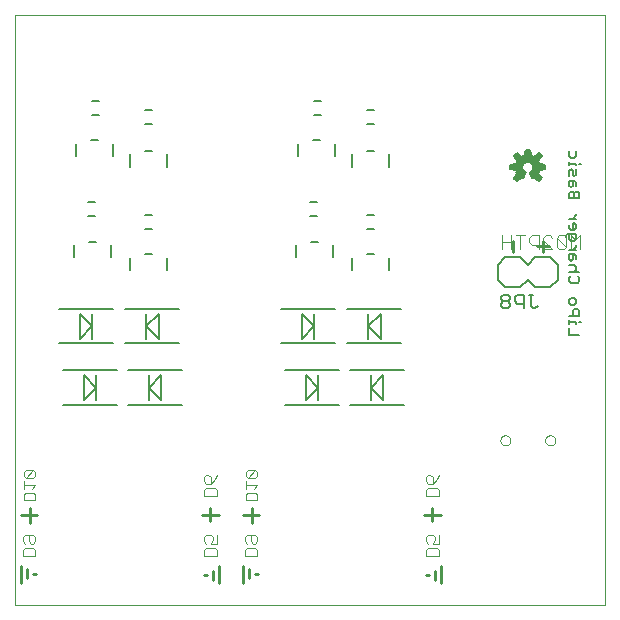
<source format=gbo>
G75*
%MOIN*%
%OFA0B0*%
%FSLAX24Y24*%
%IPPOS*%
%LPD*%
%AMOC8*
5,1,8,0,0,1.08239X$1,22.5*
%
%ADD10C,0.0000*%
%ADD11C,0.0040*%
%ADD12C,0.0030*%
%ADD13C,0.0100*%
%ADD14C,0.0110*%
%ADD15C,0.0060*%
%ADD16C,0.0080*%
%ADD17C,0.0050*%
%ADD18C,0.0000*%
%ADD19C,0.0059*%
D10*
X030992Y033994D02*
X030992Y053680D01*
X050677Y053680D01*
X050677Y033994D01*
X030992Y033994D01*
D11*
X031262Y035636D02*
X031262Y035841D01*
X031331Y035909D01*
X031604Y035909D01*
X031672Y035841D01*
X031672Y035636D01*
X031262Y035636D01*
X031331Y036050D02*
X031262Y036119D01*
X031262Y036255D01*
X031331Y036324D01*
X031604Y036324D01*
X031672Y036255D01*
X031672Y036119D01*
X031604Y036050D01*
X031536Y036050D01*
X031467Y036119D01*
X031467Y036324D01*
X037312Y036255D02*
X037312Y036119D01*
X037381Y036050D01*
X037517Y036050D02*
X037586Y036187D01*
X037586Y036255D01*
X037517Y036324D01*
X037381Y036324D01*
X037312Y036255D01*
X037517Y036050D02*
X037722Y036050D01*
X037722Y036324D01*
X037654Y035909D02*
X037722Y035841D01*
X037722Y035636D01*
X037312Y035636D01*
X037312Y035841D01*
X037381Y035909D01*
X037654Y035909D01*
X038662Y035841D02*
X038731Y035909D01*
X039004Y035909D01*
X039072Y035841D01*
X039072Y035636D01*
X038662Y035636D01*
X038662Y035841D01*
X038731Y036050D02*
X038662Y036119D01*
X038662Y036255D01*
X038731Y036324D01*
X039004Y036324D01*
X039072Y036255D01*
X039072Y036119D01*
X039004Y036050D01*
X038936Y036050D01*
X038867Y036119D01*
X038867Y036324D01*
X037722Y037636D02*
X037722Y037841D01*
X037654Y037909D01*
X037381Y037909D01*
X037312Y037841D01*
X037312Y037636D01*
X037722Y037636D01*
X037517Y038050D02*
X037654Y038187D01*
X037722Y038324D01*
X037517Y038255D02*
X037517Y038050D01*
X037381Y038050D01*
X037312Y038119D01*
X037312Y038255D01*
X037381Y038324D01*
X037449Y038324D01*
X037517Y038255D01*
X044712Y038255D02*
X044781Y038324D01*
X044849Y038324D01*
X044917Y038255D01*
X044917Y038050D01*
X044781Y038050D01*
X044712Y038119D01*
X044712Y038255D01*
X044917Y038050D02*
X045054Y038187D01*
X045122Y038324D01*
X045054Y037909D02*
X045122Y037841D01*
X045122Y037636D01*
X044712Y037636D01*
X044712Y037841D01*
X044781Y037909D01*
X045054Y037909D01*
X045122Y036324D02*
X045122Y036050D01*
X044917Y036050D01*
X044986Y036187D01*
X044986Y036255D01*
X044917Y036324D01*
X044781Y036324D01*
X044712Y036255D01*
X044712Y036119D01*
X044781Y036050D01*
X044781Y035909D02*
X045054Y035909D01*
X045122Y035841D01*
X045122Y035636D01*
X044712Y035636D01*
X044712Y035841D01*
X044781Y035909D01*
X047226Y045864D02*
X047226Y046325D01*
X047226Y046095D02*
X047533Y046095D01*
X047533Y046325D02*
X047533Y045864D01*
X047839Y045864D02*
X047839Y046325D01*
X047686Y046325D02*
X047993Y046325D01*
X048146Y046248D02*
X048146Y046095D01*
X048223Y046018D01*
X048453Y046018D01*
X048453Y045864D02*
X048453Y046325D01*
X048223Y046325D01*
X048146Y046248D01*
X048607Y046248D02*
X048684Y046325D01*
X048837Y046325D01*
X048914Y046248D01*
X049067Y046248D02*
X049374Y045941D01*
X049297Y045864D01*
X049144Y045864D01*
X049067Y045941D01*
X049067Y046248D01*
X049144Y046325D01*
X049297Y046325D01*
X049374Y046248D01*
X049374Y045941D01*
X049528Y045864D02*
X049528Y046325D01*
X049681Y046171D01*
X049834Y046325D01*
X049834Y045864D01*
X048914Y045864D02*
X048607Y046171D01*
X048607Y046248D01*
X048607Y045864D02*
X048914Y045864D01*
D12*
X039077Y038426D02*
X039077Y038303D01*
X039016Y038241D01*
X038769Y038241D01*
X039016Y038488D01*
X038769Y038488D01*
X038707Y038426D01*
X038707Y038303D01*
X038769Y038241D01*
X038707Y038120D02*
X038707Y037873D01*
X038707Y037996D02*
X039077Y037996D01*
X038954Y037873D01*
X039016Y037751D02*
X039077Y037690D01*
X039077Y037505D01*
X038707Y037505D01*
X038707Y037690D01*
X038769Y037751D01*
X039016Y037751D01*
X039077Y038426D02*
X039016Y038488D01*
X031677Y038426D02*
X031677Y038303D01*
X031616Y038241D01*
X031369Y038241D01*
X031616Y038488D01*
X031369Y038488D01*
X031307Y038426D01*
X031307Y038303D01*
X031369Y038241D01*
X031307Y038120D02*
X031307Y037873D01*
X031307Y037996D02*
X031677Y037996D01*
X031554Y037873D01*
X031616Y037751D02*
X031677Y037690D01*
X031677Y037505D01*
X031307Y037505D01*
X031307Y037690D01*
X031369Y037751D01*
X031616Y037751D01*
X031677Y038426D02*
X031616Y038488D01*
D13*
X031492Y037244D02*
X031492Y036744D01*
X031742Y036994D02*
X031192Y036994D01*
X031192Y035294D02*
X031192Y034744D01*
X031392Y034894D02*
X031392Y035194D01*
X031592Y035044D02*
X031692Y035044D01*
X037292Y034994D02*
X037392Y034994D01*
X037592Y034844D02*
X037592Y035144D01*
X037792Y035294D02*
X037792Y034744D01*
X038592Y034744D02*
X038592Y035294D01*
X038792Y035194D02*
X038792Y034894D01*
X038992Y035044D02*
X039092Y035044D01*
X038892Y036744D02*
X038892Y037244D01*
X039142Y036994D02*
X038592Y036994D01*
X037792Y036994D02*
X037242Y036994D01*
X037492Y036794D02*
X037492Y037244D01*
X044642Y036994D02*
X045192Y036994D01*
X044892Y036794D02*
X044892Y037244D01*
X045192Y035294D02*
X045192Y034744D01*
X044992Y034844D02*
X044992Y035144D01*
X044792Y034994D02*
X044692Y034994D01*
D14*
X047592Y045755D02*
X047592Y046149D01*
X048396Y045952D02*
X048789Y045952D01*
X048592Y045755D02*
X048592Y046149D01*
D15*
X049359Y046257D02*
X049359Y046314D01*
X049415Y046371D01*
X049699Y046371D01*
X049699Y046201D01*
X049642Y046144D01*
X049529Y046144D01*
X049472Y046201D01*
X049472Y046371D01*
X049529Y046512D02*
X049642Y046512D01*
X049699Y046569D01*
X049699Y046682D01*
X049642Y046739D01*
X049586Y046739D01*
X049586Y046512D01*
X049529Y046512D02*
X049472Y046569D01*
X049472Y046682D01*
X049472Y046880D02*
X049699Y046880D01*
X049586Y046880D02*
X049699Y046994D01*
X049699Y047051D01*
X049642Y047556D02*
X049642Y047726D01*
X049586Y047783D01*
X049529Y047783D01*
X049472Y047726D01*
X049472Y047556D01*
X049812Y047556D01*
X049812Y047726D01*
X049756Y047783D01*
X049699Y047783D01*
X049642Y047726D01*
X049529Y047924D02*
X049586Y047981D01*
X049586Y048151D01*
X049642Y048151D02*
X049472Y048151D01*
X049472Y047981D01*
X049529Y047924D01*
X049699Y047981D02*
X049699Y048094D01*
X049642Y048151D01*
X049642Y048292D02*
X049699Y048349D01*
X049699Y048519D01*
X049586Y048462D02*
X049586Y048349D01*
X049642Y048292D01*
X049472Y048292D02*
X049472Y048462D01*
X049529Y048519D01*
X049586Y048462D01*
X049699Y048661D02*
X049699Y048717D01*
X049472Y048717D01*
X049472Y048661D02*
X049472Y048774D01*
X049529Y048906D02*
X049472Y048963D01*
X049472Y049133D01*
X049699Y049133D02*
X049699Y048963D01*
X049642Y048906D01*
X049529Y048906D01*
X049812Y048717D02*
X049869Y048717D01*
X049699Y046007D02*
X049699Y045950D01*
X049586Y045837D01*
X049699Y045837D02*
X049472Y045837D01*
X049472Y045695D02*
X049472Y045525D01*
X049529Y045469D01*
X049586Y045525D01*
X049586Y045695D01*
X049642Y045695D02*
X049472Y045695D01*
X049642Y045695D02*
X049699Y045639D01*
X049699Y045525D01*
X049642Y045327D02*
X049472Y045327D01*
X049642Y045327D02*
X049699Y045270D01*
X049699Y045157D01*
X049642Y045100D01*
X049812Y045100D02*
X049472Y045100D01*
X049529Y044959D02*
X049472Y044902D01*
X049472Y044789D01*
X049529Y044732D01*
X049756Y044732D01*
X049812Y044789D01*
X049812Y044902D01*
X049756Y044959D01*
X049642Y044222D02*
X049699Y044165D01*
X049699Y044052D01*
X049642Y043995D01*
X049529Y043995D01*
X049472Y044052D01*
X049472Y044165D01*
X049529Y044222D01*
X049642Y044222D01*
X049642Y043854D02*
X049586Y043797D01*
X049586Y043627D01*
X049472Y043627D02*
X049812Y043627D01*
X049812Y043797D01*
X049756Y043854D01*
X049642Y043854D01*
X049472Y043495D02*
X049472Y043381D01*
X049472Y043438D02*
X049699Y043438D01*
X049699Y043381D01*
X049812Y043438D02*
X049869Y043438D01*
X049812Y043013D02*
X049472Y043013D01*
X049472Y043240D01*
X043873Y042720D02*
X042074Y042720D01*
X041679Y042720D02*
X039880Y042720D01*
X040559Y042877D02*
X040559Y043712D01*
X040976Y043294D01*
X040559Y042877D01*
X040976Y042877D02*
X040976Y043294D01*
X040976Y043712D01*
X040373Y045597D02*
X040373Y046014D01*
X040870Y046117D02*
X041108Y046117D01*
X041611Y046014D02*
X041611Y045597D01*
X041679Y043869D02*
X039880Y043869D01*
X040011Y041819D02*
X041811Y041819D01*
X042155Y041819D02*
X043954Y041819D01*
X043275Y041662D02*
X043275Y040827D01*
X042858Y041244D01*
X043275Y041662D01*
X042858Y041662D02*
X042858Y041244D01*
X042858Y040827D01*
X042155Y040670D02*
X043954Y040670D01*
X043194Y042877D02*
X042776Y043294D01*
X043194Y043712D01*
X043194Y042877D01*
X042776Y042877D02*
X042776Y043294D01*
X042776Y043712D01*
X042223Y045166D02*
X042223Y045582D01*
X042720Y045686D02*
X042958Y045686D01*
X043461Y045582D02*
X043461Y045166D01*
X043873Y043869D02*
X042074Y043869D01*
X041108Y041662D02*
X041108Y041244D01*
X040690Y041662D01*
X040690Y040827D01*
X041108Y041244D01*
X041108Y040827D01*
X041811Y040670D02*
X040011Y040670D01*
X040824Y046965D02*
X041060Y046965D01*
X041060Y047437D02*
X040824Y047437D01*
X040423Y048966D02*
X040423Y049382D01*
X040920Y049486D02*
X041158Y049486D01*
X041661Y049382D02*
X041661Y048966D01*
X042223Y049032D02*
X042223Y048616D01*
X042720Y049136D02*
X042958Y049136D01*
X043461Y049032D02*
X043461Y048616D01*
X042960Y047012D02*
X042724Y047012D01*
X042724Y046539D02*
X042960Y046539D01*
X042960Y050039D02*
X042724Y050039D01*
X042724Y050512D02*
X042960Y050512D01*
X041210Y050339D02*
X040974Y050339D01*
X040974Y050812D02*
X041210Y050812D01*
X036061Y049032D02*
X036061Y048616D01*
X035558Y049136D02*
X035320Y049136D01*
X034823Y049032D02*
X034823Y048616D01*
X034261Y048966D02*
X034261Y049382D01*
X033758Y049486D02*
X033520Y049486D01*
X033023Y049382D02*
X033023Y048966D01*
X033574Y050339D02*
X033810Y050339D01*
X033810Y050812D02*
X033574Y050812D01*
X035324Y050512D02*
X035560Y050512D01*
X035560Y050039D02*
X035324Y050039D01*
X035324Y047012D02*
X035560Y047012D01*
X035560Y046539D02*
X035324Y046539D01*
X035320Y045686D02*
X035558Y045686D01*
X036061Y045582D02*
X036061Y045166D01*
X036473Y043869D02*
X034674Y043869D01*
X034279Y043869D02*
X032480Y043869D01*
X032480Y042720D02*
X034279Y042720D01*
X034674Y042720D02*
X036473Y042720D01*
X035794Y042877D02*
X035794Y043712D01*
X035376Y043294D01*
X035794Y042877D01*
X035376Y042877D02*
X035376Y043294D01*
X035376Y043712D01*
X034823Y045166D02*
X034823Y045582D01*
X034211Y045597D02*
X034211Y046014D01*
X033708Y046117D02*
X033470Y046117D01*
X032973Y046014D02*
X032973Y045597D01*
X033159Y043712D02*
X033159Y042877D01*
X033576Y043294D01*
X033159Y043712D01*
X033576Y043712D02*
X033576Y043294D01*
X033576Y042877D01*
X033708Y041662D02*
X033708Y041244D01*
X033290Y041662D01*
X033290Y040827D01*
X033708Y041244D01*
X033708Y040827D01*
X034411Y040670D02*
X032611Y040670D01*
X032611Y041819D02*
X034411Y041819D01*
X034755Y041819D02*
X036554Y041819D01*
X035875Y041662D02*
X035875Y040827D01*
X035458Y041244D01*
X035875Y041662D01*
X035458Y041662D02*
X035458Y041244D01*
X035458Y040827D01*
X034755Y040670D02*
X036554Y040670D01*
X033660Y046965D02*
X033424Y046965D01*
X033424Y047437D02*
X033660Y047437D01*
D16*
X047092Y045344D02*
X047342Y045594D01*
X047842Y045594D01*
X048092Y045344D01*
X048342Y045594D01*
X048842Y045594D01*
X049092Y045344D01*
X049092Y044844D01*
X048842Y044594D01*
X048342Y044594D01*
X048092Y044844D01*
X047842Y044594D01*
X047342Y044594D01*
X047092Y044844D01*
X047092Y045344D01*
D17*
X047272Y044350D02*
X047197Y044275D01*
X047197Y044200D01*
X047272Y044125D01*
X047422Y044125D01*
X047498Y044200D01*
X047498Y044275D01*
X047422Y044350D01*
X047272Y044350D01*
X047272Y044125D02*
X047197Y044050D01*
X047197Y043975D01*
X047272Y043899D01*
X047422Y043899D01*
X047498Y043975D01*
X047498Y044050D01*
X047422Y044125D01*
X047658Y044125D02*
X047733Y044050D01*
X047958Y044050D01*
X047958Y043899D02*
X047958Y044350D01*
X047733Y044350D01*
X047658Y044275D01*
X047658Y044125D01*
X048118Y044350D02*
X048268Y044350D01*
X048193Y044350D02*
X048193Y043975D01*
X048268Y043899D01*
X048343Y043899D01*
X048418Y043975D01*
D18*
X048673Y039489D02*
X048675Y039514D01*
X048681Y039539D01*
X048690Y039563D01*
X048703Y039585D01*
X048720Y039605D01*
X048739Y039622D01*
X048760Y039636D01*
X048784Y039646D01*
X048808Y039653D01*
X048834Y039656D01*
X048859Y039655D01*
X048884Y039650D01*
X048908Y039641D01*
X048931Y039629D01*
X048951Y039614D01*
X048969Y039595D01*
X048984Y039574D01*
X048995Y039551D01*
X049003Y039527D01*
X049007Y039502D01*
X049007Y039476D01*
X049003Y039451D01*
X048995Y039427D01*
X048984Y039404D01*
X048969Y039383D01*
X048951Y039364D01*
X048931Y039349D01*
X048908Y039337D01*
X048884Y039328D01*
X048859Y039323D01*
X048834Y039322D01*
X048808Y039325D01*
X048784Y039332D01*
X048760Y039342D01*
X048739Y039356D01*
X048720Y039373D01*
X048703Y039393D01*
X048690Y039415D01*
X048681Y039439D01*
X048675Y039464D01*
X048673Y039489D01*
X047177Y039489D02*
X047179Y039514D01*
X047185Y039539D01*
X047194Y039563D01*
X047207Y039585D01*
X047224Y039605D01*
X047243Y039622D01*
X047264Y039636D01*
X047288Y039646D01*
X047312Y039653D01*
X047338Y039656D01*
X047363Y039655D01*
X047388Y039650D01*
X047412Y039641D01*
X047435Y039629D01*
X047455Y039614D01*
X047473Y039595D01*
X047488Y039574D01*
X047499Y039551D01*
X047507Y039527D01*
X047511Y039502D01*
X047511Y039476D01*
X047507Y039451D01*
X047499Y039427D01*
X047488Y039404D01*
X047473Y039383D01*
X047455Y039364D01*
X047435Y039349D01*
X047412Y039337D01*
X047388Y039328D01*
X047363Y039323D01*
X047338Y039322D01*
X047312Y039325D01*
X047288Y039332D01*
X047264Y039342D01*
X047243Y039356D01*
X047224Y039373D01*
X047207Y039393D01*
X047194Y039415D01*
X047185Y039439D01*
X047179Y039464D01*
X047177Y039489D01*
D19*
X047729Y048129D02*
X047627Y048231D01*
X047748Y048379D01*
X047717Y048439D01*
X047696Y048503D01*
X047506Y048523D01*
X047506Y048666D01*
X047696Y048686D01*
X047717Y048750D01*
X047748Y048810D01*
X047627Y048958D01*
X047729Y049060D01*
X047877Y048939D01*
X047937Y048970D01*
X048001Y048990D01*
X048020Y049181D01*
X048164Y049181D01*
X048183Y048990D01*
X048248Y048970D01*
X048307Y048939D01*
X048456Y049060D01*
X048557Y048958D01*
X048436Y048810D01*
X048467Y048750D01*
X048488Y048686D01*
X048678Y048666D01*
X048678Y048523D01*
X048488Y048503D01*
X048467Y048439D01*
X048436Y048379D01*
X048557Y048231D01*
X048456Y048129D01*
X048307Y048250D01*
X048248Y048219D01*
X048163Y048424D01*
X048201Y048445D01*
X048232Y048475D01*
X048257Y048511D01*
X048272Y048551D01*
X048277Y048594D01*
X048271Y048638D01*
X048256Y048680D01*
X048231Y048716D01*
X048198Y048746D01*
X048159Y048766D01*
X048116Y048777D01*
X048072Y048778D01*
X048029Y048768D01*
X047990Y048748D01*
X047956Y048719D01*
X047930Y048683D01*
X047914Y048642D01*
X047908Y048598D01*
X047912Y048555D01*
X047927Y048513D01*
X047951Y048476D01*
X047983Y048446D01*
X048021Y048424D01*
X047937Y048219D01*
X047877Y048250D01*
X047729Y048129D01*
X047705Y048153D02*
X047758Y048153D01*
X047829Y048211D02*
X047647Y048211D01*
X047657Y048268D02*
X047957Y048268D01*
X047981Y048326D02*
X047704Y048326D01*
X047746Y048383D02*
X048005Y048383D01*
X047991Y048441D02*
X047716Y048441D01*
X047698Y048498D02*
X047936Y048498D01*
X047912Y048556D02*
X047506Y048556D01*
X047506Y048614D02*
X047910Y048614D01*
X047926Y048671D02*
X047552Y048671D01*
X047710Y048729D02*
X047967Y048729D01*
X047916Y048959D02*
X048268Y048959D01*
X048332Y048959D02*
X048557Y048959D01*
X048511Y048901D02*
X047673Y048901D01*
X047628Y048959D02*
X047852Y048959D01*
X047782Y049016D02*
X047685Y049016D01*
X047720Y048844D02*
X048464Y048844D01*
X048449Y048786D02*
X047736Y048786D01*
X048003Y049016D02*
X048181Y049016D01*
X048175Y049074D02*
X048009Y049074D01*
X048015Y049132D02*
X048169Y049132D01*
X048402Y049016D02*
X048499Y049016D01*
X048474Y048729D02*
X048217Y048729D01*
X048259Y048671D02*
X048633Y048671D01*
X048678Y048614D02*
X048274Y048614D01*
X048272Y048556D02*
X048678Y048556D01*
X048486Y048498D02*
X048248Y048498D01*
X048193Y048441D02*
X048468Y048441D01*
X048439Y048383D02*
X048180Y048383D01*
X048203Y048326D02*
X048480Y048326D01*
X048527Y048268D02*
X048227Y048268D01*
X048356Y048211D02*
X048537Y048211D01*
X048480Y048153D02*
X048426Y048153D01*
M02*

</source>
